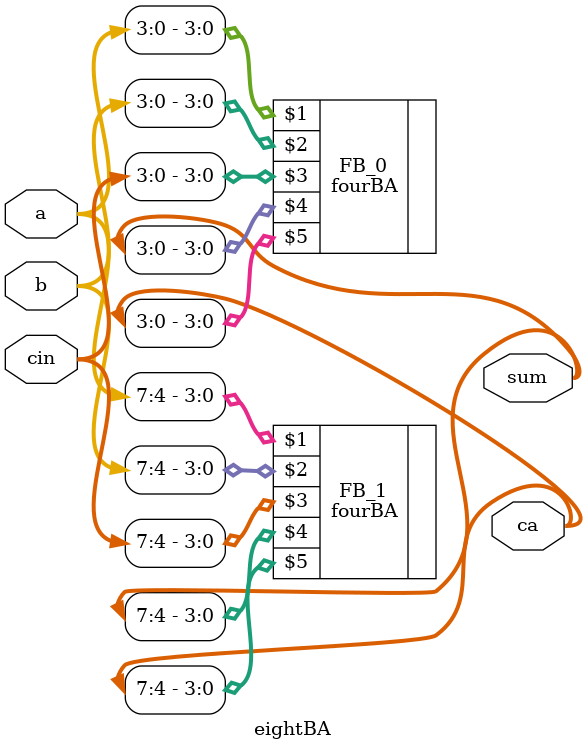
<source format=v>
`include "FullAdder/4_RCA.v"

module eightBA (a, b, cin, sum, ca);
input [7:0]a;
input [7:0]b;
input [7:0]cin;

output [7:0] sum;
output [7:0] ca;

wire w;

fourBA FB_0 (a[3:0],b[3:0],cin[3:0],sum[3:0],ca[3:0]);
fourBA FB_1 (a[7:4],b[7:4],cin[7:4],sum[7:4],ca[7:4]);

endmodule


</source>
